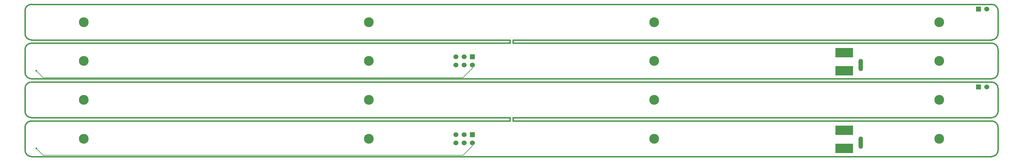
<source format=gbl>
G04 (created by PCBNEW (2013-jul-07)-stable) date So 23 Nov 2014 23:31:22 CET*
%MOIN*%
G04 Gerber Fmt 3.4, Leading zero omitted, Abs format*
%FSLAX34Y34*%
G01*
G70*
G90*
G04 APERTURE LIST*
%ADD10C,0.00590551*%
%ADD11C,0.015*%
%ADD12R,0.06X0.06*%
%ADD13C,0.06*%
%ADD14C,0.118504*%
%ADD15R,0.216535X0.11811*%
%ADD16O,0.0519685X0.151181*%
%ADD17C,0.0220472*%
%ADD18C,0.00669291*%
G04 APERTURE END LIST*
G54D10*
G54D11*
X58858Y-14173D02*
X58858Y-13779D01*
X59251Y-13779D02*
X59251Y-14173D01*
X787Y-9448D02*
G75*
G03X0Y-10236I0J-787D01*
G74*
G01*
X0Y-12992D02*
G75*
G03X787Y-13779I787J0D01*
G74*
G01*
X117322Y-13779D02*
G75*
G03X118110Y-12992I0J787D01*
G74*
G01*
X118110Y-10236D02*
G75*
G03X117322Y-9448I-787J0D01*
G74*
G01*
X118110Y-14960D02*
G75*
G03X117322Y-14173I-787J0D01*
G74*
G01*
X117322Y-18503D02*
G75*
G03X118110Y-17716I0J787D01*
G74*
G01*
X0Y-17716D02*
G75*
G03X787Y-18503I787J0D01*
G74*
G01*
X787Y-14173D02*
G75*
G03X0Y-14960I0J-787D01*
G74*
G01*
X787Y-9448D02*
X117322Y-9448D01*
X118110Y-10236D02*
X118110Y-12992D01*
X118110Y-14960D02*
X118110Y-17716D01*
X59251Y-13779D02*
X117322Y-13779D01*
X117322Y-14173D02*
X59251Y-14173D01*
X117322Y-18503D02*
X787Y-18503D01*
X0Y-17716D02*
X0Y-14960D01*
X0Y-12992D02*
X0Y-10236D01*
X787Y-13779D02*
X58858Y-13779D01*
X58858Y-14173D02*
X787Y-14173D01*
X58858Y-4724D02*
X787Y-4724D01*
X787Y-4330D02*
X58858Y-4330D01*
X0Y-3543D02*
X0Y-787D01*
X0Y-8267D02*
X0Y-5511D01*
X117322Y-9055D02*
X787Y-9055D01*
X117322Y-4724D02*
X59251Y-4724D01*
X59251Y-4330D02*
X117322Y-4330D01*
X118110Y-5511D02*
X118110Y-8267D01*
X118110Y-787D02*
X118110Y-3543D01*
X787Y0D02*
X117322Y0D01*
X787Y-4724D02*
G75*
G03X0Y-5511I0J-787D01*
G74*
G01*
X0Y-8267D02*
G75*
G03X787Y-9055I787J0D01*
G74*
G01*
X117322Y-9055D02*
G75*
G03X118110Y-8267I0J787D01*
G74*
G01*
X118110Y-5511D02*
G75*
G03X117322Y-4724I-787J0D01*
G74*
G01*
X118110Y-787D02*
G75*
G03X117322Y0I-787J0D01*
G74*
G01*
X117322Y-4330D02*
G75*
G03X118110Y-3543I0J787D01*
G74*
G01*
X0Y-3543D02*
G75*
G03X787Y-4330I787J0D01*
G74*
G01*
X787Y0D02*
G75*
G03X0Y-787I0J-787D01*
G74*
G01*
X59251Y-4330D02*
X59251Y-4724D01*
X58858Y-4724D02*
X58858Y-4330D01*
G54D12*
X54287Y-15838D03*
G54D13*
X54287Y-16838D03*
X53287Y-15838D03*
X53287Y-16838D03*
X52287Y-15838D03*
X52287Y-16838D03*
G54D12*
X115720Y-10039D03*
G54D13*
X116720Y-10039D03*
G54D14*
X76358Y-16338D03*
X76358Y-11614D03*
X7145Y-16338D03*
X41751Y-11614D03*
X41751Y-16338D03*
X110964Y-16338D03*
X110964Y-11614D03*
X7145Y-11614D03*
G54D15*
X99429Y-17519D03*
X99429Y-15316D03*
G54D16*
X101429Y-16816D03*
G54D15*
X99429Y-8070D03*
X99429Y-5867D03*
G54D16*
X101429Y-7367D03*
G54D14*
X7145Y-2165D03*
X110964Y-2165D03*
X110964Y-6889D03*
X41751Y-6889D03*
X41751Y-2165D03*
X7145Y-6889D03*
X76358Y-2165D03*
X76358Y-6889D03*
G54D12*
X115720Y-590D03*
G54D13*
X116720Y-590D03*
G54D12*
X54287Y-6389D03*
G54D13*
X54287Y-7389D03*
X53287Y-6389D03*
X53287Y-7389D03*
X52287Y-6389D03*
X52287Y-7389D03*
G54D17*
X1377Y-17519D03*
X1377Y-8070D03*
G54D18*
X53152Y-18346D02*
X2204Y-18346D01*
X2204Y-18346D02*
X1377Y-17519D01*
X54287Y-17211D02*
X53152Y-18346D01*
X54287Y-16838D02*
X54287Y-17211D01*
X54287Y-7389D02*
X54287Y-7762D01*
X54287Y-7762D02*
X53152Y-8897D01*
X2204Y-8897D02*
X1377Y-8070D01*
X53152Y-8897D02*
X2204Y-8897D01*
M02*

</source>
